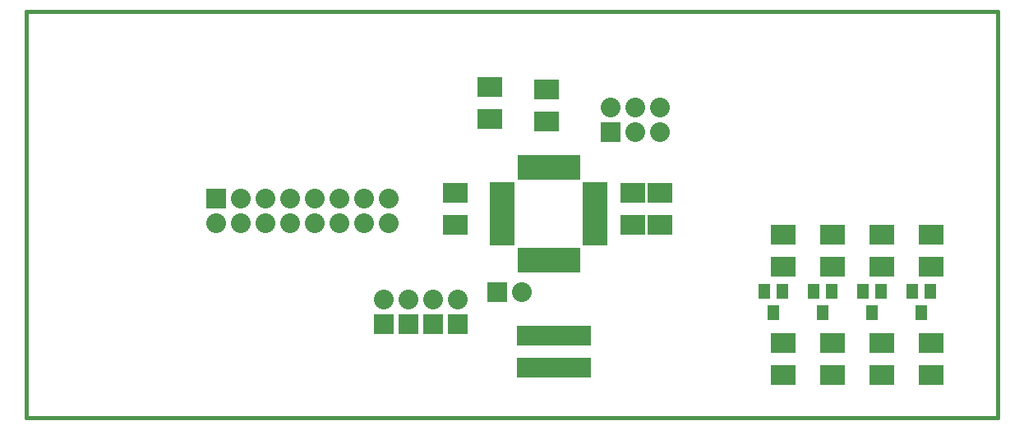
<source format=gbs>
G04 (created by PCBNEW (2013-jul-07)-stable) date mer. 26 nov. 2014 20:09:27 CET*
%MOIN*%
G04 Gerber Fmt 3.4, Leading zero omitted, Abs format*
%FSLAX34Y34*%
G01*
G70*
G90*
G04 APERTURE LIST*
%ADD10C,0.00590551*%
%ADD11C,0.015*%
%ADD12R,0.1X0.08*%
%ADD13R,0.0987X0.0377*%
%ADD14R,0.0377X0.0987*%
%ADD15R,0.08X0.08*%
%ADD16C,0.08*%
%ADD17R,0.0515X0.0594*%
G04 APERTURE END LIST*
G54D10*
G54D11*
X79700Y-47800D02*
X79700Y-31300D01*
X40300Y-47800D02*
X40300Y-31300D01*
X40300Y-31300D02*
X79700Y-31300D01*
X40300Y-47800D02*
X79700Y-47800D01*
G54D12*
X64900Y-38650D03*
X64900Y-39950D03*
X57700Y-39950D03*
X57700Y-38650D03*
X66000Y-38650D03*
X66000Y-39950D03*
G54D13*
X59604Y-38407D03*
X59604Y-38722D03*
X59604Y-39037D03*
X59604Y-39352D03*
X59604Y-39667D03*
X59604Y-39982D03*
X59604Y-40297D03*
X59604Y-40612D03*
X63370Y-40610D03*
X63370Y-38400D03*
X63370Y-38720D03*
X63370Y-39040D03*
X63370Y-39350D03*
X63370Y-39670D03*
X63370Y-39980D03*
X63370Y-40300D03*
G54D14*
X60388Y-41400D03*
X60702Y-41400D03*
X61018Y-41400D03*
X61332Y-41400D03*
X61648Y-41400D03*
X61962Y-41400D03*
X62278Y-41400D03*
X62592Y-41400D03*
X60390Y-37620D03*
X60700Y-37620D03*
X61020Y-37620D03*
X61330Y-37620D03*
X61640Y-37620D03*
X61960Y-37620D03*
X62280Y-37620D03*
X62600Y-37620D03*
G54D15*
X64000Y-36200D03*
G54D16*
X64000Y-35200D03*
X65000Y-36200D03*
X65000Y-35200D03*
X66000Y-36200D03*
X66000Y-35200D03*
G54D15*
X48000Y-38900D03*
G54D16*
X48000Y-39900D03*
X49000Y-38900D03*
X49000Y-39900D03*
X50000Y-38900D03*
X50000Y-39900D03*
X51000Y-38900D03*
X51000Y-39900D03*
X52000Y-38900D03*
X52000Y-39900D03*
X53000Y-38900D03*
X53000Y-39900D03*
X54000Y-38900D03*
X54000Y-39900D03*
X55000Y-38900D03*
X55000Y-39900D03*
G54D15*
X54800Y-44000D03*
G54D16*
X54800Y-43000D03*
G54D15*
X55800Y-44000D03*
G54D16*
X55800Y-43000D03*
G54D15*
X56800Y-44000D03*
G54D16*
X56800Y-43000D03*
G54D15*
X57800Y-44000D03*
G54D16*
X57800Y-43000D03*
G54D12*
X61400Y-34450D03*
X61400Y-35750D03*
X60700Y-45750D03*
X60700Y-44450D03*
X62700Y-45750D03*
X62700Y-44450D03*
X61700Y-45750D03*
X61700Y-44450D03*
X71000Y-44750D03*
X71000Y-46050D03*
X73000Y-44750D03*
X73000Y-46050D03*
X75000Y-44750D03*
X75000Y-46050D03*
X77000Y-44750D03*
X77000Y-46050D03*
X71000Y-40350D03*
X71000Y-41650D03*
X73000Y-40350D03*
X73000Y-41650D03*
X75000Y-40350D03*
X75000Y-41650D03*
X77000Y-40350D03*
X77000Y-41650D03*
X59100Y-35650D03*
X59100Y-34350D03*
G54D15*
X59400Y-42700D03*
G54D16*
X60400Y-42700D03*
G54D17*
X70600Y-43533D03*
X70975Y-42667D03*
X70225Y-42667D03*
X72600Y-43533D03*
X72975Y-42667D03*
X72225Y-42667D03*
X74600Y-43533D03*
X74975Y-42667D03*
X74225Y-42667D03*
X76600Y-43533D03*
X76975Y-42667D03*
X76225Y-42667D03*
M02*

</source>
